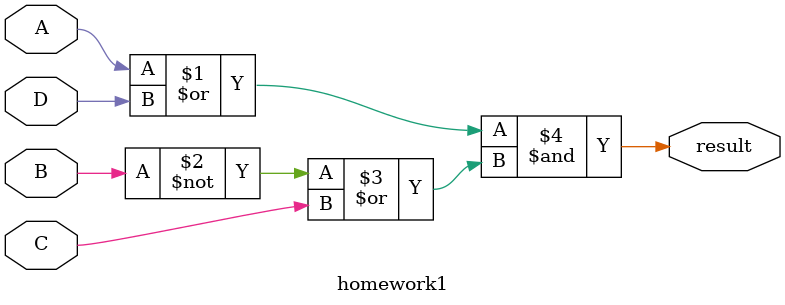
<source format=v>
`timescale 1ns / 1ps
module homework1(
    input A,
    input B,
    input C,
    input D,
    output result
    );

// 4 inputs (1 inverted) into two OR gates (2 each) into one AND gate
//wire AorD, BbarOrC, Bbar;

assign result = ((A | D) & (~B | C));       // simplified C-like boolean logic

//not										
//	g0(Bbar, B);					// Invert B to make Bbar
						
	
//or					
//    g1(AorD, A, D),					// OR A and D to make AorD
//	g2(BbarOrC, Bbar, C);			// OR C and Bbar (inverted B) to get BbarOrC
	
//and
//	g3(result, AorD, BbarOrC);	    // AND AorD and BbarOrC to get result

endmodule

</source>
